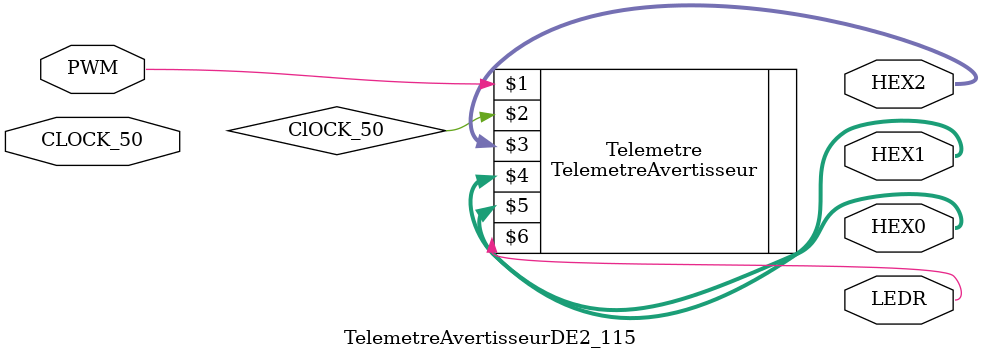
<source format=v>
module TelemetreAvertisseurDE2_115(PWM, CLOCK_50, HEX2, HEX1, HEX0, LEDR);

input PWM, CLOCK_50;

output[6:0] HEX2, HEX1, HEX0;
output LEDR;

TelemetreAvertisseur Telemetre(PWM,ClOCK_50,HEX2,HEX1,HEX0,LEDR);

endmodule
</source>
